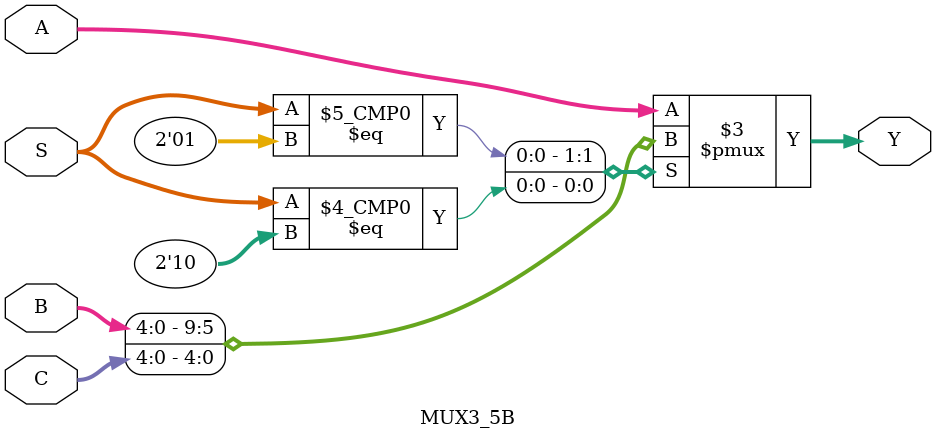
<source format=v>
module MUX3_5B (A,B,C,S,Y);
    input [4:0] A,B,C;
    input [1:0] S;
    output reg [4:0] Y;
    always @(A,B,C,S)
    begin
        case(S)
        2'b00: Y = A;
        2'b01: Y = B;
        2'b10: Y = C;
        default: Y = A;
        endcase
    end
endmodule
</source>
